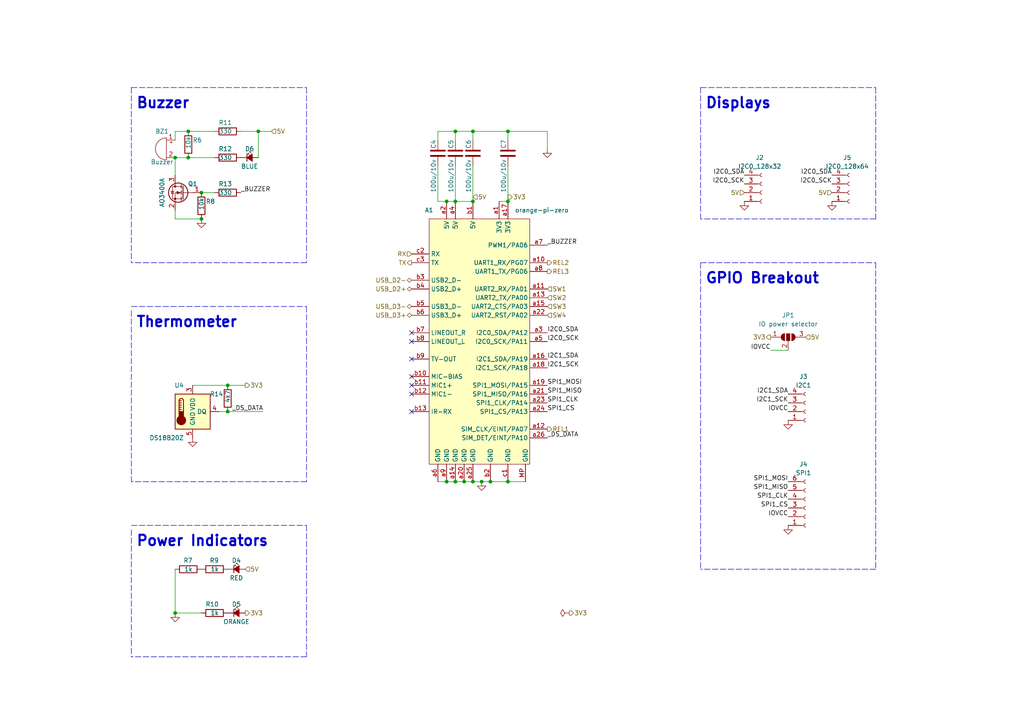
<source format=kicad_sch>
(kicad_sch (version 20211123) (generator eeschema)
  (paper "A4")
  (title_block (title "MagLock") (date "2022-07-20") (rev "2.0") (company "makerspace.lt"))
  (lib_symbols
    (symbol "-orange-pi:orange-pi-zero" (in_bom no)
      (property "Reference" "U" (at 13.97 36.83 0))
      (property "Value" "orange-pi-zero" (at -3.81 30.48 0))
      (symbol "orange-pi-zero_0_1"
        (rectangle (start -12.7 35.56) (end 16.51 -35.56) (fill (type background)))
        (rectangle (start -11.43 7.62) (end -11.43 7.62))
        (rectangle (start -11.43 7.62) (end -11.43 7.62))
        (rectangle (start -11.43 7.62) (end -11.43 7.62))
        (rectangle (start -11.43 7.62) (end -11.43 7.62))
        (rectangle (start -11.43 7.62) (end -11.43 7.62))
        (rectangle (start -11.43 7.62) (end -11.43 7.62))
        (rectangle (start -11.43 7.62) (end -11.43 7.62))
        (rectangle (start -11.43 7.62) (end -11.43 7.62))
        (rectangle (start -11.43 7.62) (end -11.43 7.62))
        (rectangle (start -11.43 7.62) (end -11.43 7.62))
        (rectangle (start -11.43 7.62) (end -11.43 7.62))
        (rectangle (start -11.43 7.62) (end -11.43 7.62))
        (rectangle (start -11.43 7.62) (end -11.43 7.62))
        (rectangle (start -11.43 7.62) (end -11.43 7.62))
        (rectangle (start -11.43 7.62) (end -11.43 7.62))
        (rectangle (start -11.43 7.62) (end -11.43 7.62))
        (rectangle (start -11.43 7.62) (end -11.43 7.62))
        (rectangle (start -11.43 7.62) (end -11.43 7.62))
        (rectangle (start -11.43 7.62) (end -11.43 7.62))
        (rectangle (start -11.43 7.62) (end -11.43 7.62))
        (rectangle (start -11.43 7.62) (end -11.43 7.62))
        (rectangle (start -11.43 7.62) (end -11.43 7.62))
        (rectangle (start -11.43 7.62) (end -11.43 7.62))
        (rectangle (start -11.43 7.62) (end -11.43 7.62))
        (rectangle (start -11.43 7.62) (end -11.43 7.62))
        (rectangle (start -11.43 7.62) (end -11.43 7.62) (stroke (width 0.1)) (fill (type outline)))
      )
      (symbol "orange-pi-zero_1_1"
        (pin passive line (at 15.24 -40.64 90) (length 5.08) (name "GND") (number "MP"))
        (pin passive line (at 7.62 40.64 270) (length 5.08) (name "3V3") (number "a1"))
        (pin passive line (at 21.59 22.86 180) (length 5.08) (name "UART1_RX/PG07") (number "a10"))
        (pin passive line (at 21.59 15.24 180) (length 5.08) (name "UART2_RX/PA01") (number "a11"))
        (pin passive line (at 21.59 -25.4 180) (length 5.08) (name "SIM_CLK/EINT/PA07") (number "a12"))
        (pin passive line (at 21.59 12.7 180) (length 5.08) (name "UART2_TX/PA00") (number "a13"))
        (pin passive line (at -5.08 -40.64 90) (length 5.08) (name "GND") (number "a14"))
        (pin passive line (at 21.59 10.16 180) (length 5.08) (name "UART2_CTS/PA03") (number "a15"))
        (pin passive line (at 21.59 -5.08 180) (length 5.08) (name "I2C1_SDA/PA19") (number "a16"))
        (pin passive line (at 10.16 40.64 270) (length 5.08) (name "3V3") (number "a17"))
        (pin passive line (at 21.59 -7.62 180) (length 5.08) (name "I2C1_SCK/PA18") (number "a18"))
        (pin passive line (at 21.59 -12.7 180) (length 5.08) (name "SPI1_MOSI/PA15") (number "a19"))
        (pin passive line (at -7.62 40.64 270) (length 5.08) (name "5V") (number "a2"))
        (pin passive line (at -2.54 -40.64 90) (length 5.08) (name "GND") (number "a20"))
        (pin passive line (at 21.59 -15.24 180) (length 5.08) (name "SPI1_MISO/PA16") (number "a21"))
        (pin passive line (at 21.59 7.62 180) (length 5.08) (name "UART2_RST/PA02") (number "a22"))
        (pin passive line (at 21.59 -17.78 180) (length 5.08) (name "SPI1_CLK/PA14") (number "a23"))
        (pin passive line (at 21.59 -20.32 180) (length 5.08) (name "SPI1_CS/PA13") (number "a24"))
        (pin passive line (at 0 -40.64 90) (length 5.08) (name "GND") (number "a25"))
        (pin passive line (at 21.59 -27.94 180) (length 5.08) (name "SIM_DET/EINT/PA10") (number "a26"))
        (pin passive line (at 21.59 2.54 180) (length 5.08) (name "I2C0_SDA/PA12") (number "a3"))
        (pin passive line (at -5.08 40.64 270) (length 5.08) (name "5V") (number "a4"))
        (pin passive line (at 21.59 0 180) (length 5.08) (name "I2C0_SCK/PA11") (number "a5"))
        (pin passive line (at -10.16 -40.64 90) (length 5.08) (name "GND") (number "a6"))
        (pin passive line (at 21.59 27.94 180) (length 5.08) (name "PWM1/PA06") (number "a7"))
        (pin passive line (at 21.59 20.32 180) (length 5.08) (name "UART1_TX/PG06") (number "a8"))
        (pin passive line (at -7.62 -40.64 90) (length 5.08) (name "GND") (number "a9"))
        (pin passive line (at 0 40.64 270) (length 5.08) (name "5V") (number "b1"))
        (pin passive line (at -17.78 -10.16 0) (length 5.08) (name "MIC-BIAS") (number "b10"))
        (pin passive line (at -17.78 -12.7 0) (length 5.08) (name "MIC1+") (number "b11"))
        (pin passive line (at -17.78 -15.24 0) (length 5.08) (name "MIC1-") (number "b12"))
        (pin passive line (at -17.78 -20.32 0) (length 5.08) (name "IR-RX") (number "b13"))
        (pin passive line (at 5.08 -40.64 90) (length 5.08) (name "GND") (number "b2"))
        (pin passive line (at -17.78 17.78 0) (length 5.08) (name "USB2_D-") (number "b3"))
        (pin passive line (at -17.78 15.24 0) (length 5.08) (name "USB2_D+") (number "b4"))
        (pin passive line (at -17.78 10.16 0) (length 5.08) (name "USB3_D-") (number "b5"))
        (pin passive line (at -17.78 7.62 0) (length 5.08) (name "USB3_D+") (number "b6"))
        (pin passive line (at -17.78 2.54 0) (length 5.08) (name "LINEOUT_R") (number "b7"))
        (pin passive line (at -17.78 0 0) (length 5.08) (name "LINEOUT_L") (number "b8"))
        (pin passive line (at -17.78 -5.08 0) (length 5.08) (name "TV-OUT") (number "b9"))
        (pin passive line (at 10.16 -40.64 90) (length 5.08) (name "GND") (number "c1"))
        (pin passive line (at -17.78 25.4 0) (length 5.08) (name "RX") (number "c2"))
        (pin passive line (at -17.78 22.86 0) (length 5.08) (name "TX") (number "c3"))
      )
    )
    (symbol "Connector:Conn_01x04_Female" (pin_names (offset 1.016) hide)
      (property "Reference" "J" (at 0 5.08 0))
      (property "Value" "Conn_01x04_Female" (at 0 -7.62 0))
      (symbol "Conn_01x04_Female_1_1"
        (arc (start 0 -4.572) (mid -0.508 -5.08) (end 0 -5.588) (stroke (width 0.1524)))
        (arc (start 0 -2.032) (mid -0.508 -2.54) (end 0 -3.048) (stroke (width 0.1524)))
        (polyline (pts (xy -1.27 -5.08) (xy -0.508 -5.08)) (stroke (width 0.1524)))
        (polyline (pts (xy -1.27 -2.54) (xy -0.508 -2.54)) (stroke (width 0.1524)))
        (polyline (pts (xy -1.27 0) (xy -0.508 0)) (stroke (width 0.1524)))
        (polyline (pts (xy -1.27 2.54) (xy -0.508 2.54)) (stroke (width 0.1524)))
        (arc (start 0 0.508) (mid -0.508 0) (end 0 -0.508) (stroke (width 0.1524)))
        (arc (start 0 3.048) (mid -0.508 2.54) (end 0 2.032) (stroke (width 0.1524)))
        (pin passive line (at -5.08 2.54 0) (length 3.81) (name "Pin_1") (number "1"))
        (pin passive line (at -5.08 0 0) (length 3.81) (name "Pin_2") (number "2"))
        (pin passive line (at -5.08 -2.54 0) (length 3.81) (name "Pin_3") (number "3"))
        (pin passive line (at -5.08 -5.08 0) (length 3.81) (name "Pin_4") (number "4"))
      )
    )
    (symbol "Connector:Conn_01x06_Female" (pin_names (offset 1.016) hide)
      (property "Reference" "J" (at 0 7.62 0))
      (property "Value" "Conn_01x06_Female" (at 0 -10.16 0))
      (symbol "Conn_01x06_Female_1_1"
        (arc (start 0 -7.112) (mid -0.508 -7.62) (end 0 -8.128) (stroke (width 0.1524)))
        (arc (start 0 -4.572) (mid -0.508 -5.08) (end 0 -5.588) (stroke (width 0.1524)))
        (arc (start 0 -2.032) (mid -0.508 -2.54) (end 0 -3.048) (stroke (width 0.1524)))
        (polyline (pts (xy -1.27 -7.62) (xy -0.508 -7.62)) (stroke (width 0.1524)))
        (polyline (pts (xy -1.27 -5.08) (xy -0.508 -5.08)) (stroke (width 0.1524)))
        (polyline (pts (xy -1.27 -2.54) (xy -0.508 -2.54)) (stroke (width 0.1524)))
        (polyline (pts (xy -1.27 0) (xy -0.508 0)) (stroke (width 0.1524)))
        (polyline (pts (xy -1.27 2.54) (xy -0.508 2.54)) (stroke (width 0.1524)))
        (polyline (pts (xy -1.27 5.08) (xy -0.508 5.08)) (stroke (width 0.1524)))
        (arc (start 0 0.508) (mid -0.508 0) (end 0 -0.508) (stroke (width 0.1524)))
        (arc (start 0 3.048) (mid -0.508 2.54) (end 0 2.032) (stroke (width 0.1524)))
        (arc (start 0 5.588) (mid -0.508 5.08) (end 0 4.572) (stroke (width 0.1524)))
        (pin passive line (at -5.08 5.08 0) (length 3.81) (name "Pin_1") (number "1"))
        (pin passive line (at -5.08 2.54 0) (length 3.81) (name "Pin_2") (number "2"))
        (pin passive line (at -5.08 0 0) (length 3.81) (name "Pin_3") (number "3"))
        (pin passive line (at -5.08 -2.54 0) (length 3.81) (name "Pin_4") (number "4"))
        (pin passive line (at -5.08 -5.08 0) (length 3.81) (name "Pin_5") (number "5"))
        (pin passive line (at -5.08 -7.62 0) (length 3.81) (name "Pin_6") (number "6"))
      )
    )
    (symbol "Device:Buzzer" (pin_names (offset 0.0254) hide)
      (property "Reference" "BZ" (at 3.81 1.27 0))
      (property "Value" "Buzzer" (at 3.81 -1.27 0))
      (symbol "Buzzer_0_1"
        (arc (start 0 -3.175) (mid 3.175 0) (end 0 3.175))
        (polyline (pts (xy -1.651 1.905) (xy -1.143 1.905)))
        (polyline (pts (xy -1.397 2.159) (xy -1.397 1.651)))
        (polyline (pts (xy 0 3.175) (xy 0 -3.175)))
      )
      (symbol "Buzzer_1_1"
        (pin passive line (at -2.54 2.54 0) (length 2.54) (name "-") (number "1"))
        (pin passive line (at -2.54 -2.54 0) (length 2.54) (name "+") (number "2"))
      )
    )
    (symbol "Device:C" (pin_numbers hide) (pin_names (offset 0.254))
      (property "Reference" "C" (at 0.635 2.54 0))
      (property "Value" "C" (at 0.635 -2.54 0))
      (symbol "C_0_1"
        (polyline (pts (xy -2.032 -0.762) (xy 2.032 -0.762)) (stroke (width 0.508)))
        (polyline (pts (xy -2.032 0.762) (xy 2.032 0.762)) (stroke (width 0.508)))
      )
      (symbol "C_1_1"
        (pin passive line (at 0 3.81 270) (length 2.794) (name "~") (number "1"))
        (pin passive line (at 0 -3.81 90) (length 2.794) (name "~") (number "2"))
      )
    )
    (symbol "Device:LED_Small_Filled" (pin_numbers hide) (pin_names (offset 0.254) hide)
      (property "Reference" "D" (at -1.27 3.175 0))
      (property "Value" "LED_Small_Filled" (at -4.445 -2.54 0))
      (symbol "LED_Small_Filled_0_1"
        (polyline (pts (xy -0.762 -1.016) (xy -0.762 1.016)) (stroke (width 0.254)))
        (polyline (pts (xy 1.016 0) (xy -0.762 0)))
        (polyline (pts (xy 0.762 -1.016) (xy -0.762 0) (xy 0.762 1.016) (xy 0.762 -1.016)) (stroke (width 0.254)) (fill (type outline)))
        (polyline (pts (xy 0 0.762) (xy -0.508 1.27) (xy -0.254 1.27) (xy -0.508 1.27) (xy -0.508 1.016)))
        (polyline (pts (xy 0.508 1.27) (xy 0 1.778) (xy 0.254 1.778) (xy 0 1.778) (xy 0 1.524)))
      )
      (symbol "LED_Small_Filled_1_1"
        (pin passive line (at -2.54 0 0) (length 1.778) (name "K") (number "1"))
        (pin passive line (at 2.54 0 180) (length 1.778) (name "A") (number "2"))
      )
    )
    (symbol "Device:R" (pin_numbers hide) (pin_names (offset 0))
      (property "Reference" "R" (at 2.032 0 90))
      (property "Value" "R" (at 0 0 90))
      (symbol "R_0_1"
        (rectangle (start -1.016 -2.54) (end 1.016 2.54) (stroke (width 0.254)))
      )
      (symbol "R_1_1"
        (pin passive line (at 0 3.81 270) (length 1.27) (name "~") (number "1"))
        (pin passive line (at 0 -3.81 90) (length 1.27) (name "~") (number "2"))
      )
    )
    (symbol "Jumper:SolderJumper_3_Open" (pin_names (offset 0) hide)
      (property "Reference" "JP" (at -2.54 -2.54 0))
      (property "Value" "SolderJumper_3_Open" (at 0 2.794 0))
      (symbol "SolderJumper_3_Open_0_1"
        (arc (start -1.016 1.016) (mid -2.032 0) (end -1.016 -1.016))
        (arc (start -1.016 1.016) (mid -2.032 0) (end -1.016 -1.016) (fill (type outline)))
        (rectangle (start -0.508 1.016) (end 0.508 -1.016) (fill (type outline)))
        (polyline (pts (xy -2.54 0) (xy -2.032 0)))
        (polyline (pts (xy -1.016 1.016) (xy -1.016 -1.016)))
        (polyline (pts (xy 0 -1.27) (xy 0 -1.016)))
        (polyline (pts (xy 1.016 1.016) (xy 1.016 -1.016)))
        (polyline (pts (xy 2.54 0) (xy 2.032 0)))
        (arc (start 1.016 -1.016) (mid 2.032 0) (end 1.016 1.016))
        (arc (start 1.016 -1.016) (mid 2.032 0) (end 1.016 1.016) (fill (type outline)))
      )
      (symbol "SolderJumper_3_Open_1_1"
        (pin passive line (at -5.08 0 0) (length 2.54) (name "A") (number "1"))
        (pin passive line (at 0 -3.81 90) (length 2.54) (name "C") (number "2"))
        (pin passive line (at 5.08 0 180) (length 2.54) (name "B") (number "3"))
      )
    )
    (symbol "Sensor_Temperature:DS18B20Z" (pin_names (offset 1.016))
      (property "Reference" "U" (at -3.81 6.35 0))
      (property "Value" "DS18B20Z" (at 5.08 6.35 0))
      (symbol "DS18B20Z_0_1"
        (rectangle (start -5.08 5.08) (end 5.08 -5.08) (stroke (width 0.254)) (fill (type background)))
        (circle (center -3.302 -2.54) (radius 1.27) (stroke (width 0.254)) (fill (type outline)))
        (rectangle (start -2.667 -1.905) (end -3.937 0) (stroke (width 0.254)) (fill (type outline)))
        (arc (start -2.667 3.175) (mid -3.302 3.81) (end -3.937 3.175) (stroke (width 0.254)))
        (polyline (pts (xy -3.937 0.635) (xy -3.302 0.635)) (stroke (width 0.254)))
        (polyline (pts (xy -3.937 1.27) (xy -3.302 1.27)) (stroke (width 0.254)))
        (polyline (pts (xy -3.937 1.905) (xy -3.302 1.905)) (stroke (width 0.254)))
        (polyline (pts (xy -3.937 2.54) (xy -3.302 2.54)) (stroke (width 0.254)))
        (polyline (pts (xy -3.937 3.175) (xy -3.937 0)) (stroke (width 0.254)))
        (polyline (pts (xy -3.937 3.175) (xy -3.302 3.175)) (stroke (width 0.254)))
        (polyline (pts (xy -2.667 3.175) (xy -2.667 0)) (stroke (width 0.254)))
      )
      (symbol "DS18B20Z_1_1"
        (pin no_connect line (at -7.62 2.54 0) (length 2.54) hide (name "NC") (number "1"))
        (pin no_connect line (at -7.62 0 0) (length 2.54) hide (name "NC") (number "2"))
        (pin power_in line (at 0 7.62 270) (length 2.54) (name "VDD") (number "3"))
        (pin bidirectional line (at 7.62 0 180) (length 2.54) (name "DQ") (number "4"))
        (pin power_in line (at 0 -7.62 90) (length 2.54) (name "GND") (number "5"))
        (pin no_connect line (at -7.62 -2.54 0) (length 2.54) hide (name "NC") (number "6"))
        (pin no_connect line (at 7.62 2.54 180) (length 2.54) hide (name "NC") (number "7"))
        (pin no_connect line (at 7.62 -2.54 180) (length 2.54) hide (name "NC") (number "8"))
      )
    )
    (symbol "Transistor_FET:AO3400A" (pin_names hide)
      (property "Reference" "Q" (at 5.08 1.905 0))
      (property "Value" "AO3400A" (at 5.08 0 0))
      (symbol "AO3400A_0_1"
        (polyline (pts (xy 0.254 0) (xy -2.54 0)))
        (polyline (pts (xy 0.254 1.905) (xy 0.254 -1.905)) (stroke (width 0.254)))
        (polyline (pts (xy 0.762 -1.27) (xy 0.762 -2.286)) (stroke (width 0.254)))
        (polyline (pts (xy 0.762 0.508) (xy 0.762 -0.508)) (stroke (width 0.254)))
        (polyline (pts (xy 0.762 2.286) (xy 0.762 1.27)) (stroke (width 0.254)))
        (polyline (pts (xy 2.54 2.54) (xy 2.54 1.778)))
        (polyline (pts (xy 2.54 -2.54) (xy 2.54 0) (xy 0.762 0)))
        (polyline (pts (xy 0.762 -1.778) (xy 3.302 -1.778) (xy 3.302 1.778) (xy 0.762 1.778)))
        (polyline (pts (xy 1.016 0) (xy 2.032 0.381) (xy 2.032 -0.381) (xy 1.016 0)) (fill (type outline)))
        (polyline (pts (xy 2.794 0.508) (xy 2.921 0.381) (xy 3.683 0.381) (xy 3.81 0.254)))
        (polyline (pts (xy 3.302 0.381) (xy 2.921 -0.254) (xy 3.683 -0.254) (xy 3.302 0.381)))
        (circle (center 1.651 0) (radius 2.794) (stroke (width 0.254)))
        (circle (center 2.54 -1.778) (radius 0.254) (fill (type outline)))
        (circle (center 2.54 1.778) (radius 0.254) (fill (type outline)))
      )
      (symbol "AO3400A_1_1"
        (pin input line (at -5.08 0 0) (length 2.54) (name "G") (number "1"))
        (pin passive line (at 2.54 -5.08 90) (length 2.54) (name "S") (number "2"))
        (pin passive line (at 2.54 5.08 270) (length 2.54) (name "D") (number "3"))
      )
    )
    (symbol "power:GND" (power) (pin_names (offset 0))
      (property "Value" "GND" (at 0 -3.81 0))
      (symbol "GND_0_1"
        (polyline (pts (xy 0 0) (xy 0 -1.27) (xy 1.27 -1.27) (xy 0 -2.54) (xy -1.27 -1.27) (xy 0 -1.27)))
      )
      (symbol "GND_1_1"
        (pin power_in line (at 0 0 270) (length 0) hide (name "GND") (number "1"))
      )
    )
    (symbol "power:PWR_FLAG" (power) (pin_numbers hide) (pin_names (offset 0) hide)
      (property "Value" "PWR_FLAG" (at 0 3.81 0))
      (symbol "PWR_FLAG_0_0"
        (pin power_out line (at 0 0 90) (length 0) (name "pwr") (number "1"))
      )
      (symbol "PWR_FLAG_0_1"
        (polyline (pts (xy 0 0) (xy 0 1.27) (xy -1.016 1.905) (xy 0 2.54) (xy 1.016 1.905) (xy 0 1.27)))
      )
    )
  )
  (junction (at 147.32 38.1))
  (junction (at 137.16 58.42))
  (junction (at 147.32 58.42))
  (junction (at 129.54 139.7))
  (junction (at 147.32 139.7))
  (junction (at 50.8 177.8))
  (junction (at 132.08 139.7))
  (junction (at 50.8 45.72))
  (junction (at 139.7 139.7))
  (junction (at 74.93 38.1))
  (junction (at 66.04 111.76))
  (junction (at 54.61 45.72))
  (junction (at 137.16 139.7))
  (junction (at 142.24 139.7))
  (junction (at 129.54 58.42))
  (junction (at 134.62 139.7))
  (junction (at 58.42 55.88))
  (junction (at 132.08 38.1))
  (junction (at 58.42 63.5))
  (junction (at 137.16 38.1))
  (junction (at 132.08 58.42))
  (junction (at 54.61 38.1))
  (junction (at 66.04 119.38))
  (no_connect (at 119.38 119.38))
  (no_connect (at 119.38 114.3))
  (no_connect (at 119.38 111.76))
  (no_connect (at 119.38 109.22))
  (no_connect (at 119.38 104.14))
  (no_connect (at 119.38 96.52))
  (no_connect (at 119.38 99.06))
  (wire (pts (xy 50.8 40.64) (xy 50.8 38.1)))
  (polyline (pts (xy 254 25.4) (xy 254 63.5)))
  (wire (pts (xy 127 38.1) (xy 132.08 38.1)))
  (polyline (pts (xy 88.9 190.5) (xy 38.1 190.5)))
  (wire (pts (xy 127 48.26) (xy 127 58.42)))
  (wire (pts (xy 69.85 38.1) (xy 74.93 38.1)))
  (polyline (pts (xy 254 63.5) (xy 203.2 63.5)))
  (polyline (pts (xy 203.2 25.4) (xy 254 25.4)))
  (wire (pts (xy 66.04 119.38) (xy 63.5 119.38)))
  (wire (pts (xy 50.8 50.8) (xy 50.8 45.72)))
  (wire (pts (xy 147.32 38.1) (xy 147.32 40.64)))
  (polyline (pts (xy 88.9 152.4) (xy 88.9 190.5)))
  (wire (pts (xy 223.52 101.6) (xy 228.6 101.6)))
  (polyline (pts (xy 203.2 76.2) (xy 203.2 165.1)))
  (wire (pts (xy 132.08 58.42) (xy 137.16 58.42)))
  (polyline (pts (xy 254 76.2) (xy 254 165.1)))
  (polyline (pts (xy 254 165.1) (xy 203.2 165.1)))
  (wire (pts (xy 137.16 38.1) (xy 137.16 40.64)))
  (wire (pts (xy 147.32 48.26) (xy 147.32 58.42)))
  (wire (pts (xy 147.32 139.7) (xy 152.4 139.7)))
  (wire (pts (xy 50.8 60.96) (xy 50.8 63.5)))
  (wire (pts (xy 147.32 38.1) (xy 158.75 38.1)))
  (wire (pts (xy 127 139.7) (xy 129.54 139.7)))
  (wire (pts (xy 127 58.42) (xy 129.54 58.42)))
  (wire (pts (xy 129.54 58.42) (xy 132.08 58.42)))
  (wire (pts (xy 142.24 139.7) (xy 147.32 139.7)))
  (polyline (pts (xy 88.9 139.7) (xy 38.1 139.7)))
  (wire (pts (xy 71.12 111.76) (xy 66.04 111.76)))
  (polyline (pts (xy 38.1 88.9) (xy 88.9 88.9)))
  (polyline (pts (xy 88.9 76.2) (xy 38.1 76.2)))
  (wire (pts (xy 129.54 139.7) (xy 132.08 139.7)))
  (wire (pts (xy 134.62 139.7) (xy 137.16 139.7)))
  (wire (pts (xy 127 40.64) (xy 127 38.1)))
  (wire (pts (xy 58.42 55.88) (xy 62.23 55.88)))
  (wire (pts (xy 50.8 177.8) (xy 58.42 177.8)))
  (wire (pts (xy 78.74 38.1) (xy 74.93 38.1)))
  (polyline (pts (xy 38.1 153.67) (xy 38.1 190.5)))
  (wire (pts (xy 66.04 119.38) (xy 76.2 119.38)))
  (wire (pts (xy 50.8 63.5) (xy 58.42 63.5)))
  (wire (pts (xy 66.04 111.76) (xy 55.88 111.76)))
  (wire (pts (xy 74.93 38.1) (xy 74.93 45.72)))
  (wire (pts (xy 132.08 48.26) (xy 132.08 58.42)))
  (polyline (pts (xy 38.1 90.17) (xy 38.1 139.7)))
  (wire (pts (xy 144.78 58.42) (xy 147.32 58.42)))
  (wire (pts (xy 62.23 45.72) (xy 54.61 45.72)))
  (polyline (pts (xy 88.9 25.4) (xy 88.9 76.2)))
  (wire (pts (xy 54.61 45.72) (xy 50.8 45.72)))
  (wire (pts (xy 137.16 48.26) (xy 137.16 58.42)))
  (wire (pts (xy 132.08 38.1) (xy 137.16 38.1)))
  (polyline (pts (xy 203.2 25.4) (xy 203.2 63.5)))
  (polyline (pts (xy 38.1 25.4) (xy 88.9 25.4)))
  (wire (pts (xy 139.7 139.7) (xy 142.24 139.7)))
  (wire (pts (xy 50.8 38.1) (xy 54.61 38.1)))
  (polyline (pts (xy 88.9 88.9) (xy 88.9 139.7)))
  (wire (pts (xy 50.8 165.1) (xy 50.8 177.8)))
  (polyline (pts (xy 38.1 25.4) (xy 38.1 76.2)))
  (polyline (pts (xy 203.2 76.2) (xy 254 76.2)))
  (wire (pts (xy 137.16 38.1) (xy 147.32 38.1)))
  (polyline (pts (xy 38.1 152.4) (xy 88.9 152.4)))
  (wire (pts (xy 132.08 139.7) (xy 134.62 139.7)))
  (wire (pts (xy 54.61 38.1) (xy 62.23 38.1)))
  (wire (pts (xy 132.08 38.1) (xy 132.08 40.64)))
  (wire (pts (xy 158.75 38.1) (xy 158.75 43.18)))
  (wire (pts (xy 137.16 139.7) (xy 139.7 139.7)))
  (text "GPIO Breakout" (at 204.47 82.55 0) (effects (font (size 3 3) (thickness 0.6) bold) (justify left bottom)))
  (text "Displays" (at 204.47 31.75 0) (effects (font (size 3 3) (thickness 0.6) bold) (justify left bottom)))
  (text "Thermometer" (at 39.37 95.25 0) (effects (font (size 3 3) (thickness 0.6) bold) (justify left bottom)))
  (text "Buzzer" (at 39.37 31.75 0) (effects (font (size 3 3) (thickness 0.6) bold) (justify left bottom)))
  (text "Power Indicators" (at 39.37 158.75 0) (effects (font (size 3 3) (thickness 0.6) bold) (justify left bottom)))
  (label "I2C0_SDA" (at 158.75 96.52 0))
  (label "IOVCC" (at 228.6 119.38 180))
  (label "I2C0_SCK" (at 241.3 53.34 180))
  (label "I2C1_SDA" (at 228.6 114.3 180))
  (label "I2C1_SCK" (at 158.75 106.68 0))
  (label "SPI1_CS" (at 158.75 119.38 0))
  (label "I2C1_SCK" (at 228.6 116.84 180))
  (label "I2C0_SCK" (at 215.9 53.34 180))
  (label "_DS_DATA" (at 158.75 127 0))
  (label "_DS_DATA" (at 67.31 119.38 0))
  (label "SPI1_MISO" (at 228.6 142.24 180))
  (label "I2C0_SDA" (at 215.9 50.8 180))
  (label "I2C0_SCK" (at 158.75 99.06 0))
  (label "_BUZZER" (at 69.85 55.88 0))
  (label "I2C0_SDA" (at 241.3 50.8 180))
  (label "SPI1_CS" (at 228.6 147.32 180))
  (label "IOVCC" (at 228.6 149.86 180))
  (label "I2C1_SDA" (at 158.75 104.14 0))
  (label "_BUZZER" (at 158.75 71.12 0))
  (label "SPI1_CLK" (at 158.75 116.84 0))
  (label "SPI1_MISO" (at 158.75 114.3 0))
  (label "SPI1_MOSI" (at 228.6 139.7 180))
  (label "SPI1_CLK" (at 228.6 144.78 180))
  (label "SPI1_MOSI" (at 158.75 111.76 0))
  (label "IOVCC" (at 223.52 101.6 180))
  (hierarchical_label "REL3" (shape output) (at 158.75 78.74 0))
  (hierarchical_label "SW4" (shape input) (at 158.75 91.44 0))
  (hierarchical_label "5V" (shape input) (at 241.3 55.88 180))
  (hierarchical_label "REL2" (shape output) (at 158.75 76.2 0))
  (hierarchical_label "5V" (shape input) (at 215.9 55.88 180))
  (hierarchical_label "SW1" (shape input) (at 158.75 83.82 0))
  (hierarchical_label "3V3" (shape output) (at 71.12 177.8 0))
  (hierarchical_label "5V" (shape input) (at 233.68 97.79 0))
  (hierarchical_label "REL1" (shape output) (at 158.75 124.46 0))
  (hierarchical_label "USB_D3-" (shape bidirectional) (at 119.38 88.9 180))
  (hierarchical_label "TX" (shape output) (at 119.38 76.2 180))
  (hierarchical_label "RX" (shape input) (at 119.38 73.66 180))
  (hierarchical_label "SW2" (shape input) (at 158.75 86.36 0))
  (hierarchical_label "3V3" (shape output) (at 223.52 97.79 180))
  (hierarchical_label "5V" (shape input) (at 137.16 57.15 0))
  (hierarchical_label "USB_D2-" (shape bidirectional) (at 119.38 81.28 180))
  (hierarchical_label "USB_D3+" (shape bidirectional) (at 119.38 91.44 180))
  (hierarchical_label "3V3" (shape output) (at 71.12 111.76 0))
  (hierarchical_label "3V3" (shape output) (at 165.1 177.8 0))
  (hierarchical_label "USB_D2+" (shape bidirectional) (at 119.38 83.82 180))
  (hierarchical_label "3V3" (shape output) (at 147.32 57.15 0))
  (hierarchical_label "5V" (shape input) (at 71.12 165.1 0))
  (hierarchical_label "5V" (shape input) (at 78.74 38.1 0))
  (hierarchical_label "SW3" (shape input) (at 158.75 88.9 0))
  (symbol (lib_id "Device:R") (at 58.42 59.69 0) (unit 1)
    (property "Reference" "R8" (at 59.69 58.42 0) (effects (justify left)))
    (property "Value" "10k" (at 58.42 60.96 90) (effects (justify left)))
    (property "Footprint" "Resistor_SMD:R_0805_2012Metric" (effects hide))
  )
  (symbol (lib_id "Device:R") (at 66.04 55.88 90) (unit 1)
    (property "Reference" "R13" (at 67.31 53.34 90) (effects (justify left)))
    (property "Value" "330" (at 67.31 55.88 90) (effects (justify left)))
    (property "Footprint" "Resistor_SMD:R_0805_2012Metric" (effects hide))
  )
  (symbol (lib_id "Device:LED_Small_Filled") (at 68.58 165.1 0) (unit 1)
    (property "Reference" "D4" (at 68.58 162.56 0))
    (property "Value" "RED" (at 68.58 167.64 0))
    (property "Footprint" "LED_SMD:LED_0805_2012Metric_Pad1.15x1.40mm_HandSolder" (effects hide))
    (property "LCSC Part Number" "C965812" (effects hide))
  )
  (symbol (lib_id "Device:R") (at 66.04 45.72 90) (unit 1)
    (property "Reference" "R12" (at 67.31 43.18 90) (effects (justify left)))
    (property "Value" "330" (at 67.31 45.72 90) (effects (justify left)))
    (property "Footprint" "Resistor_SMD:R_0805_2012Metric" (effects hide))
  )
  (symbol (lib_id "power:GND") (at 228.6 121.92 0) (unit 1)
    (property "Reference" "#PWR015" (effects hide))
    (property "Value" "GND" (effects hide))
  )
  (symbol (lib_id "Connector:Conn_01x04_Female") (at 220.98 55.88 0) (mirror x) (unit 1)
    (property "Reference" "J2" (at 220.345 45.72 0))
    (property "Value" "I2C0_128x32" (at 220.345 48.26 0))
    (property "Footprint" "-local:oled_i2c_128x32_ssd1306" (effects hide))
  )
  (symbol (lib_id "Device:C") (at 132.08 44.45 0) (unit 1)
    (property "Reference" "C5" (at 130.81 43.18 90) (effects (justify left)))
    (property "Value" "100u/10v" (at 130.81 55.88 90) (effects (justify left)))
    (property "Footprint" "Capacitor_SMD:C_1206_3216Metric" (effects hide))
    (property "Datasheet" "https://datasheet.lcsc.com/lcsc/1811061115_Murata-Electronics-GRM31CR61A107ME05L_C312983.pdf" (effects hide))
    (property "LCSC Part Number" "C312983" (effects hide))
    (property "WE" "885012108012" (effects hide))
  )
  (symbol (lib_id "Sensor_Temperature:DS18B20Z") (at 55.88 119.38 0) (unit 1)
    (property "Reference" "U4" (at 53.34 111.76 0) (effects (justify right)))
    (property "Value" "DS18B20Z" (at 53.34 127 0) (effects (justify right)))
    (property "Footprint" "Package_SO:SOIC-8_3.9x4.9mm_P1.27mm" (effects hide))
    (property "Datasheet" "http://datasheets.maximintegrated.com/en/ds/DS18B20.pdf" (effects hide))
    (property "LCSC Part Number" "C695837" (effects hide))
  )
  (symbol (lib_id "Device:LED_Small_Filled") (at 68.58 177.8 0) (unit 1)
    (property "Reference" "D5" (at 68.58 175.26 0))
    (property "Value" "ORANGE" (at 68.58 180.34 0))
    (property "Footprint" "LED_SMD:LED_0805_2012Metric_Pad1.15x1.40mm_HandSolder" (effects hide))
    (property "LCSC Part Number" "C965813" (effects hide))
  )
  (symbol (lib_id "power:GND") (at 215.9 58.42 0) (unit 1)
    (property "Reference" "#PWR014" (effects hide))
    (property "Value" "GND" (effects hide))
  )
  (symbol (lib_id "Device:R") (at 62.23 177.8 90) (unit 1)
    (property "Reference" "R10" (at 63.5 175.26 90) (effects (justify left)))
    (property "Value" "1k" (at 63.5 177.8 90) (effects (justify left)))
    (property "Footprint" "Resistor_SMD:R_0805_2012Metric" (effects hide))
  )
  (symbol (lib_id "Device:C") (at 137.16 44.45 0) (unit 1)
    (property "Reference" "C6" (at 135.89 43.18 90) (effects (justify left)))
    (property "Value" "100u/10v" (at 135.89 55.88 90) (effects (justify left)))
    (property "Footprint" "Capacitor_SMD:C_1206_3216Metric" (effects hide))
    (property "Datasheet" "https://datasheet.lcsc.com/lcsc/1811061115_Murata-Electronics-GRM31CR61A107ME05L_C312983.pdf" (effects hide))
    (property "LCSC Part Number" "C312983" (effects hide))
    (property "WE" "885012108012" (effects hide))
  )
  (symbol (lib_id "power:GND") (at 158.75 43.18 0) (unit 1)
    (property "Reference" "#PWR013" (effects hide))
    (property "Value" "GND" (effects hide))
  )
  (symbol (lib_id "Device:R") (at 62.23 165.1 90) (unit 1)
    (property "Reference" "R9" (at 63.5 162.56 90) (effects (justify left)))
    (property "Value" "1k" (at 63.5 165.1 90) (effects (justify left)))
    (property "Footprint" "Resistor_SMD:R_0805_2012Metric" (effects hide))
  )
  (symbol (lib_id "Transistor_FET:AO3400A") (at 53.34 55.88 0) (mirror y) (unit 1)
    (property "Reference" "Q1" (at 55.88 53.34 0))
    (property "Value" "AO3400A" (at 46.99 55.88 90))
    (property "Footprint" "Package_TO_SOT_SMD:SOT-23" (effects hide))
    (property "Datasheet" "https://datasheet.lcsc.com/lcsc/2204291600_UMW-Youtai-Semiconductor-Co---Ltd--AO3400A_C347475.pdf" (effects hide))
    (property "LCSC Part Number" "C347475" (effects hide))
  )
  (symbol (lib_id "power:GND") (at 50.8 177.8 0) (unit 1)
    (property "Reference" "#PWR09" (effects hide))
    (property "Value" "GND" (effects hide))
  )
  (symbol (lib_id "power:GND") (at 241.3 58.42 0) (unit 1)
    (property "Reference" "#PWR017" (effects hide))
    (property "Value" "GND" (effects hide))
  )
  (symbol (lib_id "Device:C") (at 147.32 44.45 0) (unit 1)
    (property "Reference" "C7" (at 146.05 43.18 90) (effects (justify left)))
    (property "Value" "100u/10v" (at 146.05 55.88 90) (effects (justify left)))
    (property "Footprint" "Capacitor_SMD:C_1206_3216Metric" (effects hide))
    (property "Datasheet" "https://datasheet.lcsc.com/lcsc/1811061115_Murata-Electronics-GRM31CR61A107ME05L_C312983.pdf" (effects hide))
    (property "LCSC Part Number" "C312983" (effects hide))
    (property "WE" "885012108012" (effects hide))
  )
  (symbol (lib_id "power:GND") (at 55.88 127 0) (mirror y) (unit 1)
    (property "Reference" "#PWR010" (effects hide))
    (property "Value" "GND" (effects hide))
  )
  (symbol (lib_id "Device:R") (at 54.61 165.1 90) (unit 1)
    (property "Reference" "R7" (at 55.88 162.56 90) (effects (justify left)))
    (property "Value" "1k" (at 55.88 165.1 90) (effects (justify left)))
    (property "Footprint" "Resistor_SMD:R_0805_2012Metric" (effects hide))
  )
  (symbol (lib_id "Device:C") (at 127 44.45 0) (unit 1)
    (property "Reference" "C4" (at 125.73 43.18 90) (effects (justify left)))
    (property "Value" "100u/10v" (at 125.73 55.88 90) (effects (justify left)))
    (property "Footprint" "Capacitor_SMD:C_1206_3216Metric" (effects hide))
    (property "Datasheet" "https://datasheet.lcsc.com/lcsc/1811061115_Murata-Electronics-GRM31CR61A107ME05L_C312983.pdf" (effects hide))
    (property "LCSC Part Number" "C312983" (effects hide))
    (property "WE" "885012108012" (effects hide))
  )
  (symbol (lib_id "power:GND") (at 228.6 152.4 0) (unit 1)
    (property "Reference" "#PWR016" (effects hide))
    (property "Value" "GND" (effects hide))
  )
  (symbol (lib_id "Device:R") (at 66.04 115.57 0) (mirror y) (unit 1)
    (property "Reference" "R14" (at 64.77 114.3 0) (effects (justify left)))
    (property "Value" "4k7" (at 66.04 116.84 90) (effects (justify left)))
    (property "Footprint" "Resistor_SMD:R_0805_2012Metric" (effects hide))
  )
  (symbol (lib_id "power:PWR_FLAG") (at 165.1 177.8 90) (unit 1)
    (property "Reference" "#FLG08" (effects hide))
    (property "Value" "PWR_FLAG" (effects hide))
  )
  (symbol (lib_id "Device:LED_Small_Filled") (at 72.39 45.72 0) (unit 1)
    (property "Reference" "D6" (at 72.39 43.18 0))
    (property "Value" "BLUE" (at 72.39 48.26 0))
    (property "Footprint" "LED_SMD:LED_0805_2012Metric_Pad1.15x1.40mm_HandSolder" (effects hide))
    (property "LCSC Part Number" "C965817" (effects hide))
  )
  (symbol (lib_id "Device:R") (at 54.61 41.91 0) (unit 1)
    (property "Reference" "R6" (at 55.88 40.64 0) (effects (justify left)))
    (property "Value" "10k" (at 54.61 43.18 90) (effects (justify left)))
    (property "Footprint" "Resistor_SMD:R_0805_2012Metric" (effects hide))
  )
  (symbol (lib_id "Connector:Conn_01x04_Female") (at 246.38 55.88 0) (mirror x) (unit 1)
    (property "Reference" "J5" (at 245.745 45.72 0))
    (property "Value" "I2C0_128x64" (at 245.745 48.26 0))
    (property "Footprint" "-local:oled_i2c_128x64_ssd1306" (effects hide))
  )
  (symbol (lib_id "power:GND") (at 58.42 63.5 0) (unit 1)
    (property "Reference" "#PWR011" (effects hide))
    (property "Value" "GND" (effects hide))
  )
  (symbol (lib_id "Jumper:SolderJumper_3_Open") (at 228.6 97.79 0) (unit 1) (in_bom no)
    (property "Reference" "JP1" (at 228.6 91.44 0))
    (property "Value" "IO power selector" (at 228.6 93.98 0))
    (property "Footprint" "Jumper:SolderJumper-3_P1.3mm_Open_RoundedPad1.0x1.5mm" (effects hide))
    (property "LCSC Part Number" "-" (effects hide))
  )
  (symbol (lib_id "Device:R") (at 66.04 38.1 90) (unit 1)
    (property "Reference" "R11" (at 67.31 35.56 90) (effects (justify left)))
    (property "Value" "330" (at 67.31 38.1 90) (effects (justify left)))
    (property "Footprint" "Resistor_SMD:R_0805_2012Metric" (effects hide))
  )
  (symbol (lib_id "power:GND") (at 139.7 139.7 0) (unit 1)
    (property "Reference" "#PWR012" (effects hide))
    (property "Value" "GND" (effects hide))
  )
  (symbol (lib_id "Connector:Conn_01x06_Female") (at 233.68 147.32 0) (mirror x) (unit 1)
    (property "Reference" "J4" (at 233.045 134.62 0))
    (property "Value" "SPI1" (at 233.045 137.16 0))
    (property "Footprint" "Connector_PinSocket_2.54mm:PinSocket_1x06_P2.54mm_Vertical" (effects hide))
  )
  (symbol (lib_id "Device:Buzzer") (at 48.26 43.18 0) (mirror y) (unit 1)
    (property "Reference" "BZ1" (at 46.99 38.1 0))
    (property "Value" "Buzzer" (at 46.99 46.99 0))
    (property "Footprint" "Buzzer_Beeper:MagneticBuzzer_CUI_CST-931RP-A" (effects hide))
    (property "Datasheet" "https://datasheet.lcsc.com/lcsc/1810191428_INGHAi-GMD9505RB-3V2700_C252935.pdf" (effects hide))
    (property "LCSC Part Number" "C252935" (effects hide))
  )
  (symbol (lib_id "-orange-pi:orange-pi-zero") (at 137.16 99.06 0) (unit 1) (in_bom no)
    (property "Reference" "A1" (at 123.19 60.96 0) (effects (justify left)))
    (property "Value" "orange-pi-zero" (at 149.3394 60.96 0) (effects (justify left)))
    (property "Footprint" "-local:Orange_Pi_Zero_LTS" (effects hide))
    (property "LCSC Part Number" "-" (effects hide))
  )
  (symbol (lib_id "Connector:Conn_01x04_Female") (at 233.68 119.38 0) (mirror x) (unit 1)
    (property "Reference" "J3" (at 233.045 109.22 0))
    (property "Value" "I2C1" (at 233.045 111.76 0))
    (property "Footprint" "Connector_PinSocket_2.54mm:PinSocket_1x04_P2.54mm_Vertical" (effects hide))
  )
)
</source>
